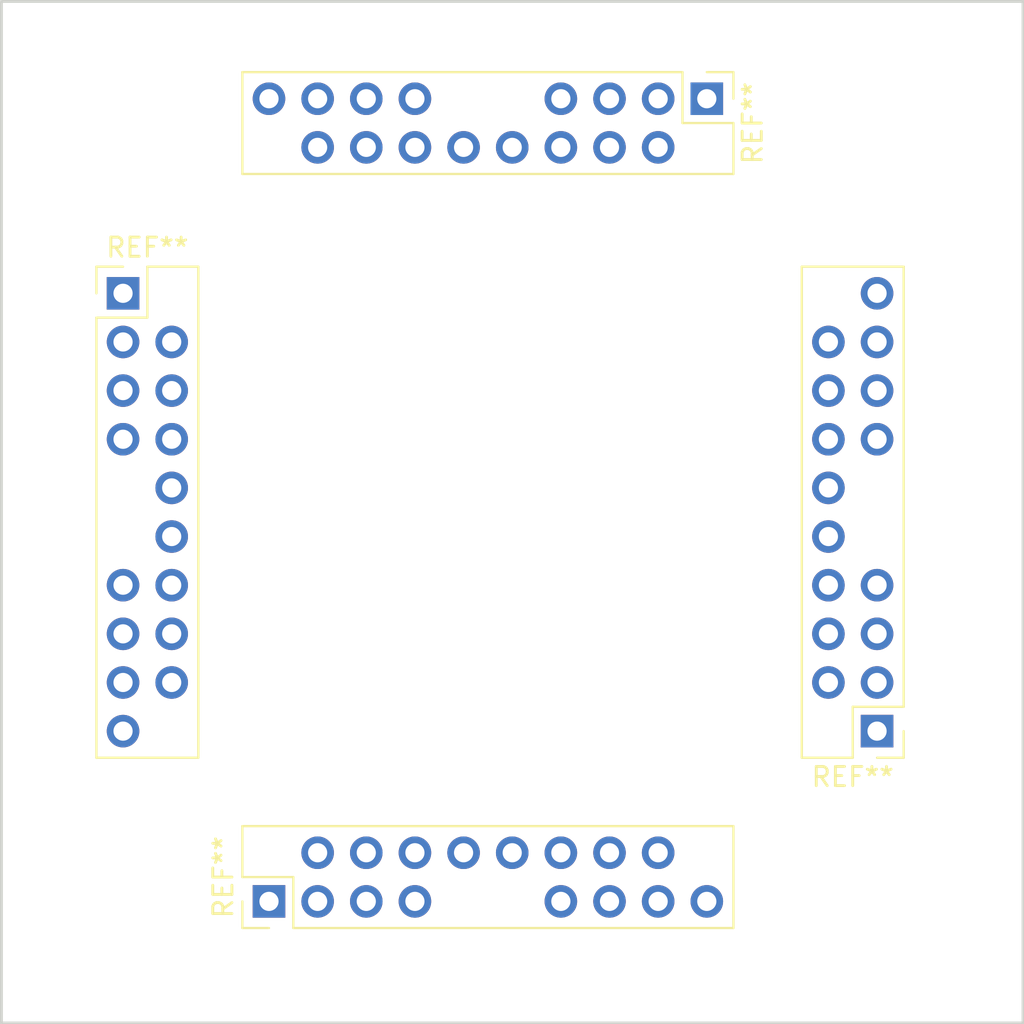
<source format=kicad_pcb>
(kicad_pcb (version 4) (host pcbnew 4.0.0-rc1-stable)

  (general
    (links 0)
    (no_connects 0)
    (area 134.544999 63.424999 188.035001 116.915001)
    (thickness 1.6)
    (drawings 4)
    (tracks 0)
    (zones 0)
    (modules 4)
    (nets 1)
  )

  (page A4)
  (layers
    (0 F.Cu signal)
    (31 B.Cu signal)
    (32 B.Adhes user)
    (33 F.Adhes user)
    (34 B.Paste user)
    (35 F.Paste user)
    (36 B.SilkS user)
    (37 F.SilkS user)
    (38 B.Mask user)
    (39 F.Mask user)
    (40 Dwgs.User user)
    (41 Cmts.User user)
    (42 Eco1.User user)
    (43 Eco2.User user)
    (44 Edge.Cuts user)
    (45 Margin user)
    (46 B.CrtYd user)
    (47 F.CrtYd user)
    (48 B.Fab user)
    (49 F.Fab user)
  )

  (setup
    (last_trace_width 0.25)
    (trace_clearance 0.2)
    (zone_clearance 0.508)
    (zone_45_only no)
    (trace_min 0.2)
    (segment_width 0.2)
    (edge_width 0.15)
    (via_size 0.6)
    (via_drill 0.4)
    (via_min_size 0.4)
    (via_min_drill 0.3)
    (uvia_size 0.3)
    (uvia_drill 0.1)
    (uvias_allowed no)
    (uvia_min_size 0.2)
    (uvia_min_drill 0.1)
    (pcb_text_width 0.3)
    (pcb_text_size 1.5 1.5)
    (mod_edge_width 0.15)
    (mod_text_size 1 1)
    (mod_text_width 0.15)
    (pad_size 1.524 1.524)
    (pad_drill 0.762)
    (pad_to_mask_clearance 0.2)
    (aux_axis_origin 0 0)
    (visible_elements 7FFFFFFF)
    (pcbplotparams
      (layerselection 0x00030_80000001)
      (usegerberextensions false)
      (excludeedgelayer true)
      (linewidth 0.076200)
      (plotframeref false)
      (viasonmask false)
      (mode 1)
      (useauxorigin false)
      (hpglpennumber 1)
      (hpglpenspeed 20)
      (hpglpendiameter 15)
      (hpglpenoverlay 2)
      (psnegative false)
      (psa4output false)
      (plotreference true)
      (plotvalue true)
      (plotinvisibletext false)
      (padsonsilk false)
      (subtractmaskfromsilk false)
      (outputformat 1)
      (mirror false)
      (drillshape 1)
      (scaleselection 1)
      (outputdirectory ""))
  )

  (net 0 "")

  (net_class Default "This is the default net class."
    (clearance 0.2)
    (trace_width 0.25)
    (via_dia 0.6)
    (via_drill 0.4)
    (uvia_dia 0.3)
    (uvia_drill 0.1)
  )

  (module CE_Header:CE_Header (layer F.Cu) (tedit 58C3FBDF) (tstamp 58C404DD)
    (at 180.34 101.6 180)
    (descr "CE Header, 2.54mm pitch")
    (tags "CE Header, THT 2x10 2.54mm")
    (fp_text reference REF** (at 1.27 -2.39 180) (layer F.SilkS)
      (effects (font (size 1 1) (thickness 0.15)))
    )
    (fp_text value CE_Header (at 1.27 25.25 180) (layer F.Fab)
      (effects (font (size 1 1) (thickness 0.15)))
    )
    (fp_line (start -1.27 -1.27) (end -1.27 24.13) (layer F.Fab) (width 0.1))
    (fp_line (start -1.27 24.13) (end 3.81 24.13) (layer F.Fab) (width 0.1))
    (fp_line (start 3.81 24.13) (end 3.81 -1.27) (layer F.Fab) (width 0.1))
    (fp_line (start 3.81 -1.27) (end -1.27 -1.27) (layer F.Fab) (width 0.1))
    (fp_line (start -1.39 1.27) (end -1.39 24.25) (layer F.SilkS) (width 0.12))
    (fp_line (start -1.39 24.25) (end 3.93 24.25) (layer F.SilkS) (width 0.12))
    (fp_line (start 3.93 24.25) (end 3.93 -1.39) (layer F.SilkS) (width 0.12))
    (fp_line (start 3.93 -1.39) (end 1.27 -1.39) (layer F.SilkS) (width 0.12))
    (fp_line (start 1.27 -1.39) (end 1.27 1.27) (layer F.SilkS) (width 0.12))
    (fp_line (start 1.27 1.27) (end -1.39 1.27) (layer F.SilkS) (width 0.12))
    (fp_line (start -1.39 0) (end -1.39 -1.39) (layer F.SilkS) (width 0.12))
    (fp_line (start -1.39 -1.39) (end 0 -1.39) (layer F.SilkS) (width 0.12))
    (fp_line (start -1.6 -1.6) (end -1.6 24.4) (layer F.CrtYd) (width 0.05))
    (fp_line (start -1.6 24.4) (end 4.1 24.4) (layer F.CrtYd) (width 0.05))
    (fp_line (start 4.1 24.4) (end 4.1 -1.6) (layer F.CrtYd) (width 0.05))
    (fp_line (start 4.1 -1.6) (end -1.6 -1.6) (layer F.CrtYd) (width 0.05))
    (pad 1 thru_hole rect (at 0 0 180) (size 1.7 1.7) (drill 1) (layers *.Cu *.Mask))
    (pad 3 thru_hole oval (at 0 2.54 180) (size 1.7 1.7) (drill 1) (layers *.Cu *.Mask))
    (pad 4 thru_hole oval (at 2.54 2.54 180) (size 1.7 1.7) (drill 1) (layers *.Cu *.Mask))
    (pad 5 thru_hole oval (at 0 5.08 180) (size 1.7 1.7) (drill 1) (layers *.Cu *.Mask))
    (pad 6 thru_hole oval (at 2.54 5.08 180) (size 1.7 1.7) (drill 1) (layers *.Cu *.Mask))
    (pad 7 thru_hole oval (at 0 7.62 180) (size 1.7 1.7) (drill 1) (layers *.Cu *.Mask))
    (pad 8 thru_hole oval (at 2.54 7.62 180) (size 1.7 1.7) (drill 1) (layers *.Cu *.Mask))
    (pad 10 thru_hole oval (at 2.54 10.16 180) (size 1.7 1.7) (drill 1) (layers *.Cu *.Mask))
    (pad 12 thru_hole oval (at 2.54 12.7 180) (size 1.7 1.7) (drill 1) (layers *.Cu *.Mask))
    (pad 13 thru_hole oval (at 0 15.24 180) (size 1.7 1.7) (drill 1) (layers *.Cu *.Mask))
    (pad 14 thru_hole oval (at 2.54 15.24 180) (size 1.7 1.7) (drill 1) (layers *.Cu *.Mask))
    (pad 15 thru_hole oval (at 0 17.78 180) (size 1.7 1.7) (drill 1) (layers *.Cu *.Mask))
    (pad 16 thru_hole oval (at 2.54 17.78 180) (size 1.7 1.7) (drill 1) (layers *.Cu *.Mask))
    (pad 17 thru_hole oval (at 0 20.32 180) (size 1.7 1.7) (drill 1) (layers *.Cu *.Mask))
    (pad 18 thru_hole oval (at 2.54 20.32 180) (size 1.7 1.7) (drill 1) (layers *.Cu *.Mask))
    (pad 19 thru_hole oval (at 0 22.86 180) (size 1.7 1.7) (drill 1) (layers *.Cu *.Mask))
    (model D:/pcbs/CEHeader/lib/3d/CE_Header_Socket.wrl
      (at (xyz 0.05 -0.45 0))
      (scale (xyz 1 1 1))
      (rotate (xyz 0 0 90))
    )
  )

  (module CE_Header:CE_Header (layer F.Cu) (tedit 58C3FBDF) (tstamp 58C407F6)
    (at 148.59 110.49 90)
    (descr "CE Header, 2.54mm pitch")
    (tags "CE Header, THT 2x10 2.54mm")
    (fp_text reference REF** (at 1.27 -2.39 90) (layer F.SilkS)
      (effects (font (size 1 1) (thickness 0.15)))
    )
    (fp_text value CE_Header (at 1.27 25.25 90) (layer F.Fab)
      (effects (font (size 1 1) (thickness 0.15)))
    )
    (fp_line (start -1.27 -1.27) (end -1.27 24.13) (layer F.Fab) (width 0.1))
    (fp_line (start -1.27 24.13) (end 3.81 24.13) (layer F.Fab) (width 0.1))
    (fp_line (start 3.81 24.13) (end 3.81 -1.27) (layer F.Fab) (width 0.1))
    (fp_line (start 3.81 -1.27) (end -1.27 -1.27) (layer F.Fab) (width 0.1))
    (fp_line (start -1.39 1.27) (end -1.39 24.25) (layer F.SilkS) (width 0.12))
    (fp_line (start -1.39 24.25) (end 3.93 24.25) (layer F.SilkS) (width 0.12))
    (fp_line (start 3.93 24.25) (end 3.93 -1.39) (layer F.SilkS) (width 0.12))
    (fp_line (start 3.93 -1.39) (end 1.27 -1.39) (layer F.SilkS) (width 0.12))
    (fp_line (start 1.27 -1.39) (end 1.27 1.27) (layer F.SilkS) (width 0.12))
    (fp_line (start 1.27 1.27) (end -1.39 1.27) (layer F.SilkS) (width 0.12))
    (fp_line (start -1.39 0) (end -1.39 -1.39) (layer F.SilkS) (width 0.12))
    (fp_line (start -1.39 -1.39) (end 0 -1.39) (layer F.SilkS) (width 0.12))
    (fp_line (start -1.6 -1.6) (end -1.6 24.4) (layer F.CrtYd) (width 0.05))
    (fp_line (start -1.6 24.4) (end 4.1 24.4) (layer F.CrtYd) (width 0.05))
    (fp_line (start 4.1 24.4) (end 4.1 -1.6) (layer F.CrtYd) (width 0.05))
    (fp_line (start 4.1 -1.6) (end -1.6 -1.6) (layer F.CrtYd) (width 0.05))
    (pad 1 thru_hole rect (at 0 0 90) (size 1.7 1.7) (drill 1) (layers *.Cu *.Mask))
    (pad 3 thru_hole oval (at 0 2.54 90) (size 1.7 1.7) (drill 1) (layers *.Cu *.Mask))
    (pad 4 thru_hole oval (at 2.54 2.54 90) (size 1.7 1.7) (drill 1) (layers *.Cu *.Mask))
    (pad 5 thru_hole oval (at 0 5.08 90) (size 1.7 1.7) (drill 1) (layers *.Cu *.Mask))
    (pad 6 thru_hole oval (at 2.54 5.08 90) (size 1.7 1.7) (drill 1) (layers *.Cu *.Mask))
    (pad 7 thru_hole oval (at 0 7.62 90) (size 1.7 1.7) (drill 1) (layers *.Cu *.Mask))
    (pad 8 thru_hole oval (at 2.54 7.62 90) (size 1.7 1.7) (drill 1) (layers *.Cu *.Mask))
    (pad 10 thru_hole oval (at 2.54 10.16 90) (size 1.7 1.7) (drill 1) (layers *.Cu *.Mask))
    (pad 12 thru_hole oval (at 2.54 12.7 90) (size 1.7 1.7) (drill 1) (layers *.Cu *.Mask))
    (pad 13 thru_hole oval (at 0 15.24 90) (size 1.7 1.7) (drill 1) (layers *.Cu *.Mask))
    (pad 14 thru_hole oval (at 2.54 15.24 90) (size 1.7 1.7) (drill 1) (layers *.Cu *.Mask))
    (pad 15 thru_hole oval (at 0 17.78 90) (size 1.7 1.7) (drill 1) (layers *.Cu *.Mask))
    (pad 16 thru_hole oval (at 2.54 17.78 90) (size 1.7 1.7) (drill 1) (layers *.Cu *.Mask))
    (pad 17 thru_hole oval (at 0 20.32 90) (size 1.7 1.7) (drill 1) (layers *.Cu *.Mask))
    (pad 18 thru_hole oval (at 2.54 20.32 90) (size 1.7 1.7) (drill 1) (layers *.Cu *.Mask))
    (pad 19 thru_hole oval (at 0 22.86 90) (size 1.7 1.7) (drill 1) (layers *.Cu *.Mask))
    (model D:/pcbs/CEHeader/lib/3d/CE_Header_Socket.wrl
      (at (xyz 0.05 -0.45 0))
      (scale (xyz 1 1 1))
      (rotate (xyz 0 0 90))
    )
  )

  (module CE_Header:CE_Header (layer F.Cu) (tedit 58C3FBDF) (tstamp 58C40846)
    (at 171.45 68.58 270)
    (descr "CE Header, 2.54mm pitch")
    (tags "CE Header, THT 2x10 2.54mm")
    (fp_text reference REF** (at 1.27 -2.39 270) (layer F.SilkS)
      (effects (font (size 1 1) (thickness 0.15)))
    )
    (fp_text value CE_Header (at 1.27 25.25 270) (layer F.Fab)
      (effects (font (size 1 1) (thickness 0.15)))
    )
    (fp_line (start -1.27 -1.27) (end -1.27 24.13) (layer F.Fab) (width 0.1))
    (fp_line (start -1.27 24.13) (end 3.81 24.13) (layer F.Fab) (width 0.1))
    (fp_line (start 3.81 24.13) (end 3.81 -1.27) (layer F.Fab) (width 0.1))
    (fp_line (start 3.81 -1.27) (end -1.27 -1.27) (layer F.Fab) (width 0.1))
    (fp_line (start -1.39 1.27) (end -1.39 24.25) (layer F.SilkS) (width 0.12))
    (fp_line (start -1.39 24.25) (end 3.93 24.25) (layer F.SilkS) (width 0.12))
    (fp_line (start 3.93 24.25) (end 3.93 -1.39) (layer F.SilkS) (width 0.12))
    (fp_line (start 3.93 -1.39) (end 1.27 -1.39) (layer F.SilkS) (width 0.12))
    (fp_line (start 1.27 -1.39) (end 1.27 1.27) (layer F.SilkS) (width 0.12))
    (fp_line (start 1.27 1.27) (end -1.39 1.27) (layer F.SilkS) (width 0.12))
    (fp_line (start -1.39 0) (end -1.39 -1.39) (layer F.SilkS) (width 0.12))
    (fp_line (start -1.39 -1.39) (end 0 -1.39) (layer F.SilkS) (width 0.12))
    (fp_line (start -1.6 -1.6) (end -1.6 24.4) (layer F.CrtYd) (width 0.05))
    (fp_line (start -1.6 24.4) (end 4.1 24.4) (layer F.CrtYd) (width 0.05))
    (fp_line (start 4.1 24.4) (end 4.1 -1.6) (layer F.CrtYd) (width 0.05))
    (fp_line (start 4.1 -1.6) (end -1.6 -1.6) (layer F.CrtYd) (width 0.05))
    (pad 1 thru_hole rect (at 0 0 270) (size 1.7 1.7) (drill 1) (layers *.Cu *.Mask))
    (pad 3 thru_hole oval (at 0 2.54 270) (size 1.7 1.7) (drill 1) (layers *.Cu *.Mask))
    (pad 4 thru_hole oval (at 2.54 2.54 270) (size 1.7 1.7) (drill 1) (layers *.Cu *.Mask))
    (pad 5 thru_hole oval (at 0 5.08 270) (size 1.7 1.7) (drill 1) (layers *.Cu *.Mask))
    (pad 6 thru_hole oval (at 2.54 5.08 270) (size 1.7 1.7) (drill 1) (layers *.Cu *.Mask))
    (pad 7 thru_hole oval (at 0 7.62 270) (size 1.7 1.7) (drill 1) (layers *.Cu *.Mask))
    (pad 8 thru_hole oval (at 2.54 7.62 270) (size 1.7 1.7) (drill 1) (layers *.Cu *.Mask))
    (pad 10 thru_hole oval (at 2.54 10.16 270) (size 1.7 1.7) (drill 1) (layers *.Cu *.Mask))
    (pad 12 thru_hole oval (at 2.54 12.7 270) (size 1.7 1.7) (drill 1) (layers *.Cu *.Mask))
    (pad 13 thru_hole oval (at 0 15.24 270) (size 1.7 1.7) (drill 1) (layers *.Cu *.Mask))
    (pad 14 thru_hole oval (at 2.54 15.24 270) (size 1.7 1.7) (drill 1) (layers *.Cu *.Mask))
    (pad 15 thru_hole oval (at 0 17.78 270) (size 1.7 1.7) (drill 1) (layers *.Cu *.Mask))
    (pad 16 thru_hole oval (at 2.54 17.78 270) (size 1.7 1.7) (drill 1) (layers *.Cu *.Mask))
    (pad 17 thru_hole oval (at 0 20.32 270) (size 1.7 1.7) (drill 1) (layers *.Cu *.Mask))
    (pad 18 thru_hole oval (at 2.54 20.32 270) (size 1.7 1.7) (drill 1) (layers *.Cu *.Mask))
    (pad 19 thru_hole oval (at 0 22.86 270) (size 1.7 1.7) (drill 1) (layers *.Cu *.Mask))
    (model D:/pcbs/CEHeader/lib/3d/CE_Header_Pins.wrl
      (at (xyz 0.05 -0.45 0))
      (scale (xyz 1 1 1))
      (rotate (xyz 0 0 90))
    )
  )

  (module CE_Header:CE_Header (layer F.Cu) (tedit 58C3FBDF) (tstamp 58C409EB)
    (at 140.97 78.74)
    (descr "CE Header, 2.54mm pitch")
    (tags "CE Header, THT 2x10 2.54mm")
    (fp_text reference REF** (at 1.27 -2.39) (layer F.SilkS)
      (effects (font (size 1 1) (thickness 0.15)))
    )
    (fp_text value CE_Header (at 1.27 25.25) (layer F.Fab)
      (effects (font (size 1 1) (thickness 0.15)))
    )
    (fp_line (start -1.27 -1.27) (end -1.27 24.13) (layer F.Fab) (width 0.1))
    (fp_line (start -1.27 24.13) (end 3.81 24.13) (layer F.Fab) (width 0.1))
    (fp_line (start 3.81 24.13) (end 3.81 -1.27) (layer F.Fab) (width 0.1))
    (fp_line (start 3.81 -1.27) (end -1.27 -1.27) (layer F.Fab) (width 0.1))
    (fp_line (start -1.39 1.27) (end -1.39 24.25) (layer F.SilkS) (width 0.12))
    (fp_line (start -1.39 24.25) (end 3.93 24.25) (layer F.SilkS) (width 0.12))
    (fp_line (start 3.93 24.25) (end 3.93 -1.39) (layer F.SilkS) (width 0.12))
    (fp_line (start 3.93 -1.39) (end 1.27 -1.39) (layer F.SilkS) (width 0.12))
    (fp_line (start 1.27 -1.39) (end 1.27 1.27) (layer F.SilkS) (width 0.12))
    (fp_line (start 1.27 1.27) (end -1.39 1.27) (layer F.SilkS) (width 0.12))
    (fp_line (start -1.39 0) (end -1.39 -1.39) (layer F.SilkS) (width 0.12))
    (fp_line (start -1.39 -1.39) (end 0 -1.39) (layer F.SilkS) (width 0.12))
    (fp_line (start -1.6 -1.6) (end -1.6 24.4) (layer F.CrtYd) (width 0.05))
    (fp_line (start -1.6 24.4) (end 4.1 24.4) (layer F.CrtYd) (width 0.05))
    (fp_line (start 4.1 24.4) (end 4.1 -1.6) (layer F.CrtYd) (width 0.05))
    (fp_line (start 4.1 -1.6) (end -1.6 -1.6) (layer F.CrtYd) (width 0.05))
    (pad 1 thru_hole rect (at 0 0) (size 1.7 1.7) (drill 1) (layers *.Cu *.Mask))
    (pad 3 thru_hole oval (at 0 2.54) (size 1.7 1.7) (drill 1) (layers *.Cu *.Mask))
    (pad 4 thru_hole oval (at 2.54 2.54) (size 1.7 1.7) (drill 1) (layers *.Cu *.Mask))
    (pad 5 thru_hole oval (at 0 5.08) (size 1.7 1.7) (drill 1) (layers *.Cu *.Mask))
    (pad 6 thru_hole oval (at 2.54 5.08) (size 1.7 1.7) (drill 1) (layers *.Cu *.Mask))
    (pad 7 thru_hole oval (at 0 7.62) (size 1.7 1.7) (drill 1) (layers *.Cu *.Mask))
    (pad 8 thru_hole oval (at 2.54 7.62) (size 1.7 1.7) (drill 1) (layers *.Cu *.Mask))
    (pad 10 thru_hole oval (at 2.54 10.16) (size 1.7 1.7) (drill 1) (layers *.Cu *.Mask))
    (pad 12 thru_hole oval (at 2.54 12.7) (size 1.7 1.7) (drill 1) (layers *.Cu *.Mask))
    (pad 13 thru_hole oval (at 0 15.24) (size 1.7 1.7) (drill 1) (layers *.Cu *.Mask))
    (pad 14 thru_hole oval (at 2.54 15.24) (size 1.7 1.7) (drill 1) (layers *.Cu *.Mask))
    (pad 15 thru_hole oval (at 0 17.78) (size 1.7 1.7) (drill 1) (layers *.Cu *.Mask))
    (pad 16 thru_hole oval (at 2.54 17.78) (size 1.7 1.7) (drill 1) (layers *.Cu *.Mask))
    (pad 17 thru_hole oval (at 0 20.32) (size 1.7 1.7) (drill 1) (layers *.Cu *.Mask))
    (pad 18 thru_hole oval (at 2.54 20.32) (size 1.7 1.7) (drill 1) (layers *.Cu *.Mask))
    (pad 19 thru_hole oval (at 0 22.86) (size 1.7 1.7) (drill 1) (layers *.Cu *.Mask))
    (model D:/pcbs/CEHeader/lib/3d/CE_Header_Pins.wrl
      (at (xyz 0.05 -0.45 0))
      (scale (xyz 1 1 1))
      (rotate (xyz 0 0 90))
    )
  )

  (gr_line (start 134.62 116.84) (end 134.62 63.5) (angle 90) (layer Edge.Cuts) (width 0.15))
  (gr_line (start 187.96 116.84) (end 134.62 116.84) (angle 90) (layer Edge.Cuts) (width 0.15))
  (gr_line (start 187.96 63.5) (end 187.96 116.84) (angle 90) (layer Edge.Cuts) (width 0.15))
  (gr_line (start 134.62 63.5) (end 187.96 63.5) (angle 90) (layer Edge.Cuts) (width 0.15))

)

</source>
